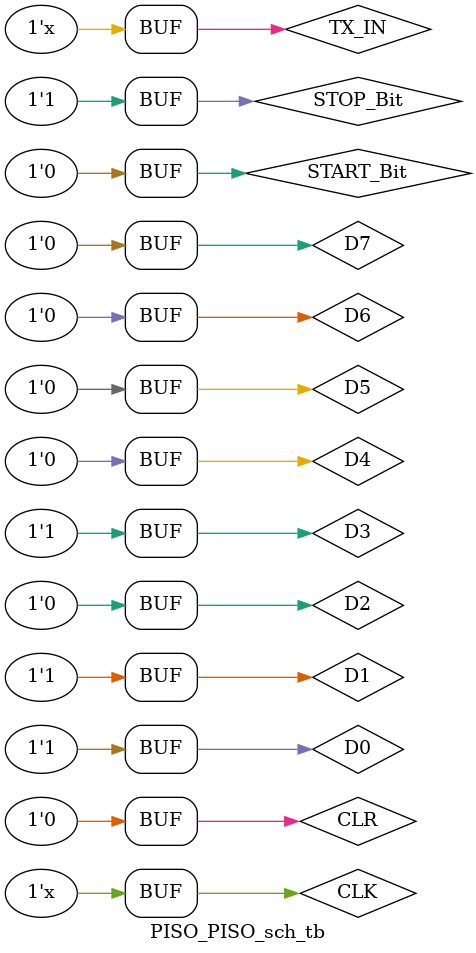
<source format=v>

`timescale 1ns / 1ps

module PISO_PISO_sch_tb();

// Inputs
   reg TX_IN;
   reg D7;
   reg D6;
   reg D5;
   reg D4;
   reg D3;
   reg D2;
   reg D1;
   reg D0;
   reg CLK;
   reg STOP_Bit;
   reg START_Bit;
   reg CLR;

// Output
   wire SERIAL_OUT;

// Bidirs

// Instantiate the UUT
   PISO UUT (
		.TX_IN(TX_IN), 
		.D7(D7), 
		.D6(D6), 
		.D5(D5), 
		.D4(D4), 
		.D3(D3), 
		.D2(D2), 
		.D1(D1), 
		.D0(D0), 
		.CLK(CLK), 
		.STOP_Bit(STOP_Bit), 
		.START_Bit(START_Bit), 
		.SERIAL_OUT(SERIAL_OUT), 
		.CLR(CLR)
   );
// Initialize Inputs
  initial begin
		TX_IN = 0;
		D7 = 0;
		D6 = 0;
		D5 = 0;
		D4 = 0;
		D3 = 1;
		D2 = 0;
		D1 = 1;
		D0 = 1;
		CLK = 0;
		STOP_Bit = 1;
		START_Bit = 0;
		CLR = 0;
   end
	always begin
	#420;
	TX_IN=~TX_IN;
	end
	always begin
	#20;
	CLK=~CLK;
	end
	
endmodule


</source>
